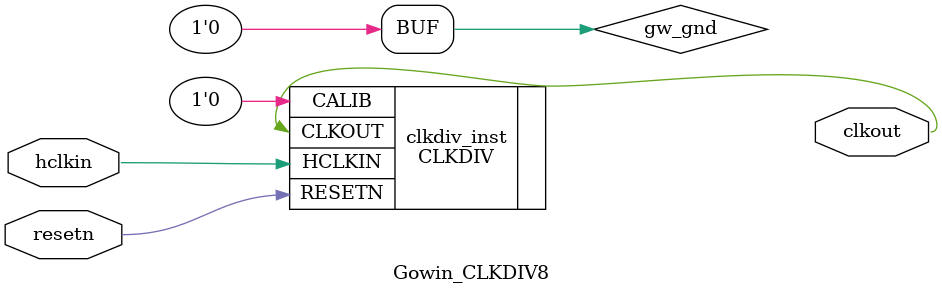
<source format=v>

module Gowin_CLKDIV8 (clkout, hclkin, resetn);

output clkout;
input hclkin;
input resetn;

wire gw_gnd;

assign gw_gnd = 1'b0;

CLKDIV clkdiv_inst (
    .CLKOUT(clkout),
    .HCLKIN(hclkin),
    .RESETN(resetn),
    .CALIB(gw_gnd)
);

defparam clkdiv_inst.DIV_MODE = "8";
defparam clkdiv_inst.GSREN = "false";

endmodule //Gowin_CLKDIV8

</source>
